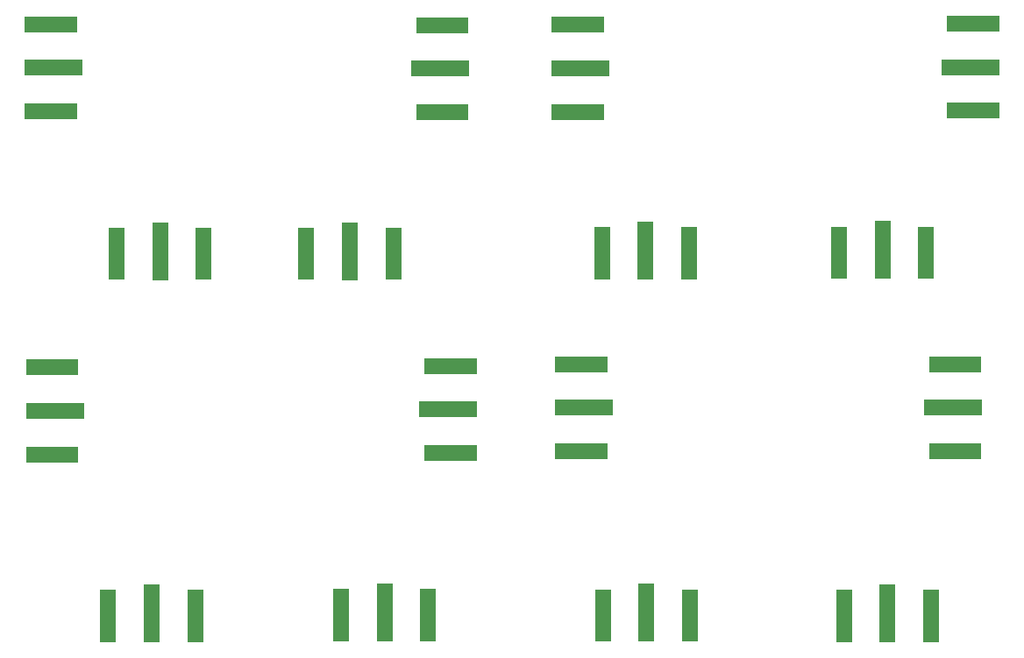
<source format=gbr>
G04 #@! TF.GenerationSoftware,KiCad,Pcbnew,5.1.8-db9833491~88~ubuntu20.04.1*
G04 #@! TF.CreationDate,2021-03-01T02:47:50-08:00*
G04 #@! TF.ProjectId,directional_coupler20dB,64697265-6374-4696-9f6e-616c5f636f75,rev?*
G04 #@! TF.SameCoordinates,Original*
G04 #@! TF.FileFunction,Paste,Top*
G04 #@! TF.FilePolarity,Positive*
%FSLAX46Y46*%
G04 Gerber Fmt 4.6, Leading zero omitted, Abs format (unit mm)*
G04 Created by KiCad (PCBNEW 5.1.8-db9833491~88~ubuntu20.04.1) date 2021-03-01 02:47:50*
%MOMM*%
%LPD*%
G01*
G04 APERTURE LIST*
%ADD10R,2.500000X1.600000*%
%ADD11R,5.600000X1.500000*%
%ADD12R,1.600000X2.500000*%
%ADD13R,1.500000X5.600000*%
G04 APERTURE END LIST*
D10*
G04 #@! TO.C,U3*
X108950000Y-140430000D03*
D11*
X107450000Y-136230000D03*
D10*
X106450000Y-140430000D03*
X108950000Y-132030000D03*
X106450000Y-132030000D03*
G04 #@! TD*
G04 #@! TO.C,U1*
X70460000Y-140570000D03*
X67960000Y-140570000D03*
X70460000Y-132170000D03*
D11*
X69460000Y-136370000D03*
D10*
X67960000Y-132170000D03*
G04 #@! TD*
D12*
G04 #@! TO.C,U4*
X97110000Y-157330000D03*
D13*
X101310000Y-155830000D03*
D12*
X97110000Y-154830000D03*
X105510000Y-157330000D03*
X105510000Y-154830000D03*
G04 #@! TD*
G04 #@! TO.C,U2*
X83010000Y-154930000D03*
X83010000Y-157430000D03*
X74610000Y-154930000D03*
D13*
X78810000Y-155930000D03*
D12*
X74610000Y-157430000D03*
G04 #@! TD*
D10*
G04 #@! TO.C,U1*
X119060000Y-131870000D03*
D11*
X120560000Y-136070000D03*
D10*
X121560000Y-131870000D03*
X119060000Y-140270000D03*
X121560000Y-140270000D03*
G04 #@! TD*
D12*
G04 #@! TO.C,U4*
X154070000Y-154930000D03*
X154070000Y-157430000D03*
X145670000Y-154930000D03*
D13*
X149870000Y-155930000D03*
D12*
X145670000Y-157430000D03*
G04 #@! TD*
G04 #@! TO.C,U2*
X122380000Y-157380000D03*
D13*
X126580000Y-155880000D03*
D12*
X122380000Y-154880000D03*
X130780000Y-157380000D03*
X130780000Y-154880000D03*
G04 #@! TD*
D10*
G04 #@! TO.C,U3*
X155160000Y-131870000D03*
X157660000Y-131870000D03*
X155160000Y-140270000D03*
D11*
X156160000Y-136070000D03*
D10*
X157660000Y-140270000D03*
G04 #@! TD*
G04 #@! TO.C,U1*
X121210000Y-107470000D03*
X118710000Y-107470000D03*
X121210000Y-99070000D03*
D11*
X120210000Y-103270000D03*
D10*
X118710000Y-99070000D03*
G04 #@! TD*
D12*
G04 #@! TO.C,U2*
X130720000Y-119870000D03*
X130720000Y-122370000D03*
X122320000Y-119870000D03*
D13*
X126520000Y-120870000D03*
D12*
X122320000Y-122370000D03*
G04 #@! TD*
G04 #@! TO.C,U4*
X145210000Y-122320000D03*
D13*
X149410000Y-120820000D03*
D12*
X145210000Y-119820000D03*
X153610000Y-122320000D03*
X153610000Y-119820000D03*
G04 #@! TD*
D10*
G04 #@! TO.C,U3*
X159400000Y-107340000D03*
D11*
X157900000Y-103140000D03*
D10*
X156900000Y-107340000D03*
X159400000Y-98940000D03*
X156900000Y-98940000D03*
G04 #@! TD*
G04 #@! TO.C,U1*
X67820000Y-99020000D03*
D11*
X69320000Y-103220000D03*
D10*
X70320000Y-99020000D03*
X67820000Y-107420000D03*
X70320000Y-107420000D03*
G04 #@! TD*
D12*
G04 #@! TO.C,U2*
X75430000Y-122430000D03*
D13*
X79630000Y-120930000D03*
D12*
X75430000Y-119930000D03*
X83830000Y-122430000D03*
X83830000Y-119930000D03*
G04 #@! TD*
D10*
G04 #@! TO.C,U3*
X105640000Y-99080000D03*
X108140000Y-99080000D03*
X105640000Y-107480000D03*
D11*
X106640000Y-103280000D03*
D10*
X108140000Y-107480000D03*
G04 #@! TD*
D12*
G04 #@! TO.C,U4*
X102140000Y-119940000D03*
X102140000Y-122440000D03*
X93740000Y-119940000D03*
D13*
X97940000Y-120940000D03*
D12*
X93740000Y-122440000D03*
G04 #@! TD*
M02*

</source>
